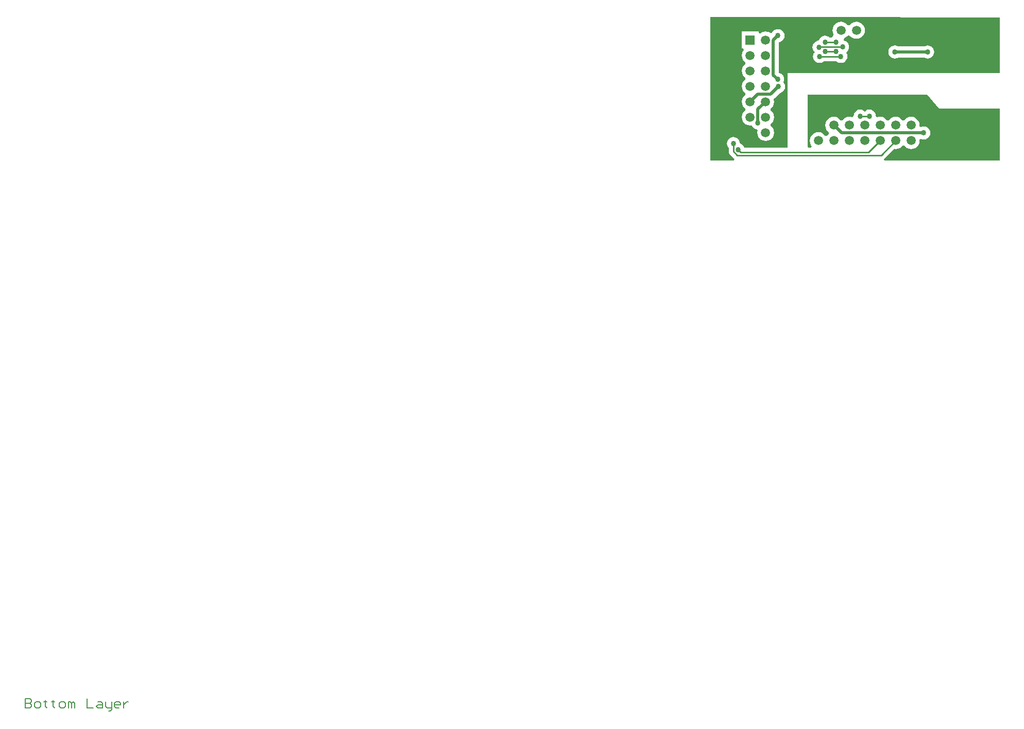
<source format=gbl>
%FSLAX25Y25*%
%MOIN*%
G70*
G01*
G75*
G04 Layer_Physical_Order=2*
G04 Layer_Color=16711680*
%ADD10R,0.04803X0.03602*%
%ADD11R,0.03740X0.03937*%
%ADD12R,0.03937X0.03740*%
%ADD13O,0.02362X0.05500*%
%ADD14O,0.02362X0.05709*%
%ADD15R,0.04331X0.02559*%
%ADD16R,0.02559X0.04331*%
%ADD17R,0.03800X0.04400*%
%ADD18R,0.03150X0.02362*%
%ADD19C,0.01000*%
%ADD20C,0.02000*%
%ADD21C,0.00800*%
%ADD22C,0.05906*%
%ADD23R,0.05906X0.05906*%
%ADD24C,0.03400*%
G36*
X187400Y92486D02*
X187400Y56700D01*
X50000Y56700D01*
X50000Y8226D01*
X22124D01*
X21744Y9143D01*
X21070Y10021D01*
X20193Y10694D01*
X19210Y11101D01*
X19092Y11997D01*
X18669Y13018D01*
X17996Y13895D01*
X17118Y14569D01*
X16096Y14992D01*
X15000Y15136D01*
X13904Y14992D01*
X12882Y14569D01*
X12005Y13895D01*
X11331Y13018D01*
X10908Y11997D01*
X10764Y10900D01*
X10908Y9804D01*
X11331Y8782D01*
X12005Y7905D01*
X12062Y7861D01*
Y5788D01*
X12165Y5005D01*
X12378Y4489D01*
X12467Y4275D01*
X12948Y3648D01*
X15323Y1273D01*
X15679Y1000D01*
X15339Y0D01*
X0D01*
X0Y87855D01*
X0Y92800D01*
X59900D01*
X187400Y92486D01*
D02*
G37*
G36*
X147941Y33600D02*
X158200Y33600D01*
X177154Y33600D01*
X187506D01*
Y9463D01*
X187506Y0D01*
X112736Y0D01*
X112397Y1000D01*
X112752Y1273D01*
X118921Y7442D01*
X120000Y7300D01*
X121423Y7488D01*
X122750Y8037D01*
X123889Y8911D01*
X124401Y9579D01*
X124410Y9584D01*
X125590D01*
X125599Y9579D01*
X126111Y8911D01*
X127250Y8037D01*
X128577Y7488D01*
X130000Y7300D01*
X131423Y7488D01*
X132750Y8037D01*
X133889Y8911D01*
X134763Y10050D01*
X135312Y11377D01*
X135500Y12800D01*
X135438Y13270D01*
X135559Y13530D01*
X135647Y13632D01*
X136348Y14021D01*
X137104Y13708D01*
X138200Y13564D01*
X139296Y13708D01*
X140318Y14131D01*
X141195Y14805D01*
X141869Y15682D01*
X142292Y16704D01*
X142436Y17800D01*
X142292Y18896D01*
X141869Y19918D01*
X141195Y20796D01*
X140318Y21469D01*
X139296Y21892D01*
X138200Y22036D01*
X137104Y21892D01*
X136348Y21579D01*
X135647Y21968D01*
X135559Y22070D01*
X135438Y22330D01*
X135500Y22800D01*
X135312Y24224D01*
X134763Y25550D01*
X133889Y26689D01*
X132750Y27563D01*
X131423Y28112D01*
X130000Y28300D01*
X128577Y28112D01*
X127250Y27563D01*
X126111Y26689D01*
X125599Y26021D01*
X125590Y26016D01*
X124410D01*
X124401Y26021D01*
X123889Y26689D01*
X122750Y27563D01*
X121423Y28112D01*
X120000Y28300D01*
X118577Y28112D01*
X117250Y27563D01*
X116111Y26689D01*
X115598Y26021D01*
X115589Y26016D01*
X114410D01*
X114401Y26021D01*
X113889Y26689D01*
X112750Y27563D01*
X111424Y28112D01*
X110000Y28300D01*
X108577Y28112D01*
X108144Y27933D01*
X107228Y28636D01*
X107236Y28700D01*
X107092Y29796D01*
X106669Y30818D01*
X105996Y31696D01*
X105118Y32369D01*
X104096Y32792D01*
X103000Y32936D01*
X101904Y32792D01*
X100882Y32369D01*
X100044Y31726D01*
X99956D01*
X99118Y32369D01*
X98097Y32792D01*
X97000Y32936D01*
X95904Y32792D01*
X94882Y32369D01*
X94005Y31696D01*
X93331Y30818D01*
X92908Y29796D01*
X92764Y28700D01*
X92772Y28636D01*
X91856Y27933D01*
X91423Y28112D01*
X90000Y28300D01*
X88577Y28112D01*
X87250Y27563D01*
X86111Y26689D01*
X85598Y26021D01*
X85589Y26016D01*
X84411D01*
X84402Y26021D01*
X83889Y26689D01*
X82750Y27563D01*
X81423Y28112D01*
X80000Y28300D01*
X78577Y28112D01*
X77250Y27563D01*
X76111Y26689D01*
X75237Y25550D01*
X74688Y24224D01*
X74500Y22800D01*
X74688Y21377D01*
X75237Y20050D01*
X76111Y18911D01*
X76779Y18398D01*
X76784Y18390D01*
Y17211D01*
X76779Y17202D01*
X76111Y16689D01*
X75599Y16021D01*
X75590Y16016D01*
X74411D01*
X74401Y16021D01*
X73889Y16689D01*
X72750Y17563D01*
X71424Y18112D01*
X70000Y18300D01*
X68577Y18112D01*
X67250Y17563D01*
X66111Y16689D01*
X65237Y15550D01*
X64688Y14223D01*
X64500Y12800D01*
X64688Y11377D01*
X65237Y10050D01*
X65869Y9226D01*
X65450Y8226D01*
X63707D01*
X63000Y8933D01*
X63000Y42500D01*
X140240Y42500D01*
X147941Y33600D01*
D02*
G37*
%LPC*%
G36*
X140738Y74474D02*
X139641Y74330D01*
X138620Y73906D01*
X138439Y73768D01*
X121799D01*
X121618Y73906D01*
X120597Y74330D01*
X119500Y74474D01*
X118404Y74330D01*
X117382Y73906D01*
X116505Y73233D01*
X115831Y72356D01*
X115408Y71334D01*
X115264Y70238D01*
X115408Y69141D01*
X115831Y68120D01*
X116505Y67242D01*
X117382Y66569D01*
X118404Y66146D01*
X119500Y66002D01*
X120597Y66146D01*
X121618Y66569D01*
X121799Y66708D01*
X138439D01*
X138620Y66569D01*
X139641Y66146D01*
X140738Y66002D01*
X141834Y66146D01*
X142856Y66569D01*
X143733Y67242D01*
X144406Y68120D01*
X144830Y69141D01*
X144974Y70238D01*
X144830Y71334D01*
X144406Y72356D01*
X143733Y73233D01*
X142856Y73906D01*
X141834Y74330D01*
X140738Y74474D01*
D02*
G37*
G36*
X94600Y89800D02*
X93176Y89613D01*
X91850Y89063D01*
X90711Y88189D01*
X90198Y87521D01*
X90189Y87516D01*
X89010D01*
X89001Y87521D01*
X88489Y88189D01*
X87350Y89063D01*
X86023Y89613D01*
X84600Y89800D01*
X83176Y89613D01*
X81850Y89063D01*
X80711Y88189D01*
X79837Y87050D01*
X79287Y85724D01*
X79100Y84300D01*
X79287Y82877D01*
X79837Y81550D01*
X79493Y80356D01*
X79282Y80269D01*
X78444Y79626D01*
X77256D01*
X76418Y80269D01*
X75397Y80692D01*
X74300Y80836D01*
X73204Y80692D01*
X72182Y80269D01*
X71305Y79596D01*
X70631Y78718D01*
X70208Y77697D01*
X70197Y77609D01*
X69304Y77492D01*
X68282Y77069D01*
X67405Y76395D01*
X66731Y75518D01*
X66308Y74497D01*
X66164Y73400D01*
X66308Y72304D01*
X66731Y71282D01*
X67405Y70405D01*
X67598Y70256D01*
X67031Y69518D01*
X66608Y68497D01*
X66464Y67400D01*
X66608Y66304D01*
X67031Y65282D01*
X67705Y64405D01*
X68582Y63731D01*
X69604Y63308D01*
X70700Y63164D01*
X71797Y63308D01*
X72818Y63731D01*
X73656Y64374D01*
X81544Y64374D01*
X82382Y63731D01*
X83404Y63308D01*
X84500Y63164D01*
X85596Y63308D01*
X86618Y63731D01*
X87495Y64404D01*
X88169Y65282D01*
X88592Y66304D01*
X88736Y67400D01*
X88592Y68496D01*
X88169Y69518D01*
X88280Y70362D01*
X88595Y70605D01*
X89269Y71482D01*
X89692Y72504D01*
X89836Y73600D01*
X89692Y74696D01*
X89269Y75718D01*
X88595Y76595D01*
X87718Y77269D01*
X86696Y77692D01*
X86458Y77723D01*
X86285Y78070D01*
X86763Y79294D01*
X87350Y79537D01*
X88489Y80411D01*
X89001Y81079D01*
X89010Y81084D01*
X90189D01*
X90198Y81079D01*
X90711Y80411D01*
X91850Y79537D01*
X93176Y78988D01*
X94600Y78800D01*
X96023Y78988D01*
X97350Y79537D01*
X98489Y80411D01*
X99363Y81550D01*
X99912Y82877D01*
X100100Y84300D01*
X99912Y85724D01*
X99363Y87050D01*
X98489Y88189D01*
X97350Y89063D01*
X96023Y89613D01*
X94600Y89800D01*
D02*
G37*
G36*
X43850Y85087D02*
X42753Y84942D01*
X41732Y84519D01*
X40854Y83846D01*
X40181Y82968D01*
X40089Y82746D01*
X39123Y82487D01*
X38640Y82858D01*
X37313Y83408D01*
X35890Y83595D01*
X34466Y83408D01*
X33140Y82858D01*
X32343Y82247D01*
X31343Y82692D01*
Y83548D01*
X20437D01*
Y72643D01*
X21293D01*
X21739Y71643D01*
X21127Y70845D01*
X20577Y69519D01*
X20390Y68095D01*
X20577Y66672D01*
X21127Y65346D01*
X22001Y64206D01*
X22669Y63694D01*
X22674Y63685D01*
Y62506D01*
X22669Y62497D01*
X22001Y61984D01*
X21127Y60845D01*
X20577Y59519D01*
X20390Y58095D01*
X20577Y56672D01*
X21127Y55345D01*
X22001Y54206D01*
X22669Y53694D01*
X22674Y53685D01*
Y52506D01*
X22669Y52497D01*
X22001Y51984D01*
X21127Y50845D01*
X20577Y49519D01*
X20390Y48095D01*
X20577Y46672D01*
X21127Y45346D01*
X22001Y44206D01*
X22669Y43694D01*
X22674Y43685D01*
Y42506D01*
X22669Y42497D01*
X22001Y41984D01*
X21127Y40845D01*
X20577Y39519D01*
X20390Y38095D01*
X20577Y36672D01*
X21127Y35346D01*
X22001Y34206D01*
X22669Y33694D01*
X22674Y33685D01*
Y32506D01*
X22669Y32497D01*
X22001Y31984D01*
X21127Y30845D01*
X20577Y29519D01*
X20390Y28095D01*
X20577Y26672D01*
X21127Y25346D01*
X22001Y24206D01*
X23140Y23332D01*
X24466Y22783D01*
X25890Y22596D01*
X27031Y22746D01*
X27226Y22276D01*
X27899Y21399D01*
X28776Y20726D01*
X29798Y20303D01*
X30152Y20256D01*
X30577Y19519D01*
X30390Y18095D01*
X30577Y16672D01*
X31127Y15346D01*
X32001Y14206D01*
X33140Y13332D01*
X34466Y12783D01*
X35890Y12596D01*
X37313Y12783D01*
X38640Y13332D01*
X39779Y14206D01*
X40653Y15346D01*
X41202Y16672D01*
X41390Y18095D01*
X41202Y19519D01*
X40653Y20845D01*
X39779Y21984D01*
X39111Y22497D01*
X39106Y22506D01*
Y23685D01*
X39111Y23694D01*
X39779Y24206D01*
X40653Y25346D01*
X41202Y26672D01*
X41390Y28095D01*
X41202Y29519D01*
X40653Y30845D01*
X39779Y31984D01*
X39111Y32497D01*
X39106Y32506D01*
Y33685D01*
X39111Y33694D01*
X39779Y34206D01*
X40653Y35346D01*
X41202Y36672D01*
X41390Y38095D01*
X41202Y39519D01*
X41043Y39903D01*
X41696Y40404D01*
X44956Y43663D01*
X45296Y43708D01*
X46318Y44131D01*
X47196Y44805D01*
X47869Y45682D01*
X48292Y46704D01*
X48436Y47800D01*
X48292Y48897D01*
X47869Y49918D01*
X47327Y50624D01*
X47692Y51504D01*
X47836Y52600D01*
X47692Y53697D01*
X47269Y54718D01*
X46595Y55595D01*
X45718Y56269D01*
X44697Y56692D01*
X44471Y56722D01*
X44430Y56762D01*
Y76438D01*
X44721Y76729D01*
X44946Y76758D01*
X45968Y77182D01*
X46845Y77855D01*
X47519Y78732D01*
X47942Y79754D01*
X48086Y80850D01*
X47942Y81947D01*
X47519Y82968D01*
X46845Y83846D01*
X45968Y84519D01*
X44946Y84942D01*
X43850Y85087D01*
D02*
G37*
%LPD*%
D19*
X74300Y76600D02*
X81400D01*
X74300Y70600D02*
X81500D01*
X70400Y73400D02*
X70587Y73588D01*
X85588D01*
X102400Y88700D02*
X102800Y88300D01*
X97000Y28700D02*
X103000D01*
X102400Y5200D02*
X110000Y12800D01*
X110613Y3413D02*
X120000Y12800D01*
X18075Y7025D02*
X19900Y5200D01*
X102400D01*
X15000Y10900D02*
X15088Y10813D01*
Y5788D02*
Y10813D01*
Y5788D02*
X17463Y3413D01*
X110613D01*
X70700Y67400D02*
X84500Y67400D01*
D20*
X80000Y22800D02*
X80500D01*
X80000D02*
X85000Y17800D01*
X138200D01*
X40900Y77900D02*
X43850Y80850D01*
X40900Y55300D02*
Y77900D01*
Y55300D02*
X43600Y52600D01*
X43600D01*
X25890Y38095D02*
X30695Y42900D01*
X39200D01*
X44100Y47800D01*
X44200D01*
X30895Y33100D02*
X35890Y38095D01*
X30895Y24395D02*
Y33100D01*
X119500Y70238D02*
X140738D01*
D21*
X-443410Y-348755D02*
Y-354753D01*
X-440411D01*
X-439411Y-353754D01*
Y-352754D01*
X-440411Y-351754D01*
X-443410D01*
X-440411D01*
X-439411Y-350755D01*
Y-349755D01*
X-440411Y-348755D01*
X-443410D01*
X-436412Y-354753D02*
X-434413D01*
X-433413Y-353754D01*
Y-351754D01*
X-434413Y-350755D01*
X-436412D01*
X-437412Y-351754D01*
Y-353754D01*
X-436412Y-354753D01*
X-430414Y-349755D02*
Y-350755D01*
X-431414D01*
X-429414D01*
X-430414D01*
Y-353754D01*
X-429414Y-354753D01*
X-425416Y-349755D02*
Y-350755D01*
X-426415D01*
X-424416D01*
X-425416D01*
Y-353754D01*
X-424416Y-354753D01*
X-420417D02*
X-418418D01*
X-417418Y-353754D01*
Y-351754D01*
X-418418Y-350755D01*
X-420417D01*
X-421417Y-351754D01*
Y-353754D01*
X-420417Y-354753D01*
X-415419D02*
Y-350755D01*
X-414419D01*
X-413419Y-351754D01*
Y-354753D01*
Y-351754D01*
X-412420Y-350755D01*
X-411420Y-351754D01*
Y-354753D01*
X-403423Y-348755D02*
Y-354753D01*
X-399424D01*
X-396425Y-350755D02*
X-394426D01*
X-393426Y-351754D01*
Y-354753D01*
X-396425D01*
X-397425Y-353754D01*
X-396425Y-352754D01*
X-393426D01*
X-391427Y-350755D02*
Y-353754D01*
X-390427Y-354753D01*
X-387428D01*
Y-355753D01*
X-388428Y-356753D01*
X-389427D01*
X-387428Y-354753D02*
Y-350755D01*
X-382430Y-354753D02*
X-384429D01*
X-385429Y-353754D01*
Y-351754D01*
X-384429Y-350755D01*
X-382430D01*
X-381430Y-351754D01*
Y-352754D01*
X-385429D01*
X-379431Y-350755D02*
Y-354753D01*
Y-352754D01*
X-378431Y-351754D01*
X-377431Y-350755D01*
X-376431D01*
D22*
X130000Y22800D02*
D03*
Y12800D02*
D03*
X120000Y22800D02*
D03*
Y12800D02*
D03*
X110000Y22800D02*
D03*
Y12800D02*
D03*
X100000Y22800D02*
D03*
Y12800D02*
D03*
X90000Y22800D02*
D03*
Y12800D02*
D03*
X80000Y22800D02*
D03*
Y12800D02*
D03*
X70000Y22800D02*
D03*
Y12800D02*
D03*
X84600Y84300D02*
D03*
X94600D02*
D03*
X35890Y78095D02*
D03*
X25890Y68095D02*
D03*
X35890D02*
D03*
X25890Y58095D02*
D03*
X35890D02*
D03*
X25890Y48095D02*
D03*
X35890D02*
D03*
X25890Y38095D02*
D03*
X35890D02*
D03*
X25890Y28095D02*
D03*
X35890D02*
D03*
X25890Y18095D02*
D03*
X35890D02*
D03*
D23*
X25890Y78095D02*
D03*
D24*
X152976Y8576D02*
D03*
X138200Y17800D02*
D03*
X169200Y67700D02*
D03*
X150200Y71400D02*
D03*
X142728Y60128D02*
D03*
X69500Y83800D02*
D03*
X84500Y67400D02*
D03*
X70700Y67400D02*
D03*
X44149Y87149D02*
D03*
X102800Y88300D02*
D03*
X103000Y28700D02*
D03*
X97000D02*
D03*
X43850Y80850D02*
D03*
X43600Y52600D02*
D03*
X128700Y83800D02*
D03*
X67900Y39100D02*
D03*
X44200Y47800D02*
D03*
X146000Y29600D02*
D03*
X30895Y24395D02*
D03*
X18075Y7025D02*
D03*
X15000Y10900D02*
D03*
X104500Y38900D02*
D03*
X119500Y70238D02*
D03*
X140738D02*
D03*
X81500Y70600D02*
D03*
X85600Y73600D02*
D03*
X81400Y76600D02*
D03*
X74300D02*
D03*
X70400Y73400D02*
D03*
X74300Y70600D02*
D03*
X62900Y61800D02*
D03*
X106200Y60400D02*
D03*
M02*

</source>
